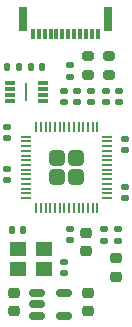
<source format=gbr>
%TF.GenerationSoftware,KiCad,Pcbnew,7.0.9*%
%TF.CreationDate,2024-01-15T07:30:31+01:00*%
%TF.ProjectId,usb_dongle_hw,7573625f-646f-46e6-976c-655f68772e6b,rev?*%
%TF.SameCoordinates,Original*%
%TF.FileFunction,Paste,Top*%
%TF.FilePolarity,Positive*%
%FSLAX46Y46*%
G04 Gerber Fmt 4.6, Leading zero omitted, Abs format (unit mm)*
G04 Created by KiCad (PCBNEW 7.0.9) date 2024-01-15 07:30:31*
%MOMM*%
%LPD*%
G01*
G04 APERTURE LIST*
G04 Aperture macros list*
%AMRoundRect*
0 Rectangle with rounded corners*
0 $1 Rounding radius*
0 $2 $3 $4 $5 $6 $7 $8 $9 X,Y pos of 4 corners*
0 Add a 4 corners polygon primitive as box body*
4,1,4,$2,$3,$4,$5,$6,$7,$8,$9,$2,$3,0*
0 Add four circle primitives for the rounded corners*
1,1,$1+$1,$2,$3*
1,1,$1+$1,$4,$5*
1,1,$1+$1,$6,$7*
1,1,$1+$1,$8,$9*
0 Add four rect primitives between the rounded corners*
20,1,$1+$1,$2,$3,$4,$5,0*
20,1,$1+$1,$4,$5,$6,$7,0*
20,1,$1+$1,$6,$7,$8,$9,0*
20,1,$1+$1,$8,$9,$2,$3,0*%
G04 Aperture macros list end*
%ADD10RoundRect,0.200000X-0.275000X0.200000X-0.275000X-0.200000X0.275000X-0.200000X0.275000X0.200000X0*%
%ADD11RoundRect,0.140000X-0.170000X0.140000X-0.170000X-0.140000X0.170000X-0.140000X0.170000X0.140000X0*%
%ADD12RoundRect,0.225000X-0.250000X0.225000X-0.250000X-0.225000X0.250000X-0.225000X0.250000X0.225000X0*%
%ADD13RoundRect,0.135000X0.185000X-0.135000X0.185000X0.135000X-0.185000X0.135000X-0.185000X-0.135000X0*%
%ADD14RoundRect,0.140000X0.170000X-0.140000X0.170000X0.140000X-0.170000X0.140000X-0.170000X-0.140000X0*%
%ADD15RoundRect,0.249999X-0.395001X-0.395001X0.395001X-0.395001X0.395001X0.395001X-0.395001X0.395001X0*%
%ADD16RoundRect,0.050000X-0.387500X-0.050000X0.387500X-0.050000X0.387500X0.050000X-0.387500X0.050000X0*%
%ADD17RoundRect,0.050000X-0.050000X-0.387500X0.050000X-0.387500X0.050000X0.387500X-0.050000X0.387500X0*%
%ADD18RoundRect,0.135000X-0.135000X-0.185000X0.135000X-0.185000X0.135000X0.185000X-0.135000X0.185000X0*%
%ADD19R,1.400000X1.200000*%
%ADD20R,0.300000X0.900000*%
%ADD21R,0.800000X2.000000*%
%ADD22RoundRect,0.150000X-0.512500X-0.150000X0.512500X-0.150000X0.512500X0.150000X-0.512500X0.150000X0*%
%ADD23RoundRect,0.140000X-0.140000X-0.170000X0.140000X-0.170000X0.140000X0.170000X-0.140000X0.170000X0*%
%ADD24R,0.900000X0.300000*%
%ADD25R,0.250000X1.650000*%
%ADD26RoundRect,0.218750X0.256250X-0.218750X0.256250X0.218750X-0.256250X0.218750X-0.256250X-0.218750X0*%
G04 APERTURE END LIST*
D10*
%TO.C,R5*%
X79375000Y-105000000D03*
X79375000Y-106650000D03*
%TD*%
D11*
%TO.C,C8*%
X77851000Y-119662000D03*
X77851000Y-120622000D03*
%TD*%
D12*
%TO.C,C16*%
X79364000Y-125082000D03*
X79364000Y-126632000D03*
%TD*%
D13*
%TO.C,R1*%
X80772000Y-120652000D03*
X80772000Y-119632000D03*
%TD*%
D14*
%TO.C,C2*%
X77343000Y-123416000D03*
X77343000Y-122456000D03*
%TD*%
%TO.C,C14*%
X82042000Y-108938000D03*
X82042000Y-107978000D03*
%TD*%
%TO.C,C10*%
X77343000Y-108938000D03*
X77343000Y-107978000D03*
%TD*%
D12*
%TO.C,C4*%
X79248000Y-120002000D03*
X79248000Y-121552000D03*
%TD*%
D11*
%TO.C,C9*%
X82550000Y-112042000D03*
X82550000Y-113002000D03*
%TD*%
D15*
%TO.C,U1*%
X76794000Y-113635500D03*
X76794000Y-115235500D03*
X78394000Y-113635500D03*
X78394000Y-115235500D03*
D16*
X74156500Y-111835500D03*
X74156500Y-112235500D03*
X74156500Y-112635500D03*
X74156500Y-113035500D03*
X74156500Y-113435500D03*
X74156500Y-113835500D03*
X74156500Y-114235500D03*
X74156500Y-114635500D03*
X74156500Y-115035500D03*
X74156500Y-115435500D03*
X74156500Y-115835500D03*
X74156500Y-116235500D03*
X74156500Y-116635500D03*
X74156500Y-117035500D03*
D17*
X74994000Y-117873000D03*
X75394000Y-117873000D03*
X75794000Y-117873000D03*
X76194000Y-117873000D03*
X76594000Y-117873000D03*
X76994000Y-117873000D03*
X77394000Y-117873000D03*
X77794000Y-117873000D03*
X78194000Y-117873000D03*
X78594000Y-117873000D03*
X78994000Y-117873000D03*
X79394000Y-117873000D03*
X79794000Y-117873000D03*
X80194000Y-117873000D03*
D16*
X81031500Y-117035500D03*
X81031500Y-116635500D03*
X81031500Y-116235500D03*
X81031500Y-115835500D03*
X81031500Y-115435500D03*
X81031500Y-115035500D03*
X81031500Y-114635500D03*
X81031500Y-114235500D03*
X81031500Y-113835500D03*
X81031500Y-113435500D03*
X81031500Y-113035500D03*
X81031500Y-112635500D03*
X81031500Y-112235500D03*
X81031500Y-111835500D03*
D17*
X80194000Y-110998000D03*
X79794000Y-110998000D03*
X79394000Y-110998000D03*
X78994000Y-110998000D03*
X78594000Y-110998000D03*
X78194000Y-110998000D03*
X77794000Y-110998000D03*
X77394000Y-110998000D03*
X76994000Y-110998000D03*
X76594000Y-110998000D03*
X76194000Y-110998000D03*
X75794000Y-110998000D03*
X75394000Y-110998000D03*
X74994000Y-110998000D03*
%TD*%
D12*
%TO.C,C15*%
X73152000Y-125082000D03*
X73152000Y-126632000D03*
%TD*%
D18*
%TO.C,R3*%
X72515000Y-105922000D03*
X73535000Y-105922000D03*
%TD*%
D19*
%TO.C,Y1*%
X75692000Y-121313000D03*
X73492000Y-121313000D03*
X73492000Y-123013000D03*
X75692000Y-123013000D03*
%TD*%
D14*
%TO.C,C13*%
X72517000Y-111958000D03*
X72517000Y-110998000D03*
%TD*%
D20*
%TO.C,J1*%
X74720000Y-103108000D03*
X75220000Y-103108000D03*
X75720000Y-103108000D03*
X76220000Y-103108000D03*
X78720000Y-103108000D03*
X79220000Y-103108000D03*
X79720000Y-103108000D03*
X80220000Y-103108000D03*
X78220000Y-103108000D03*
X77720000Y-103108000D03*
X77220000Y-103108000D03*
X76720000Y-103108000D03*
D21*
X81045000Y-101908000D03*
X73895000Y-101908000D03*
%TD*%
D14*
%TO.C,C5*%
X80899000Y-108938000D03*
X80899000Y-107978000D03*
%TD*%
D11*
%TO.C,C7*%
X82550000Y-116106000D03*
X82550000Y-117066000D03*
%TD*%
D22*
%TO.C,U3*%
X75057000Y-125095000D03*
X75057000Y-126045000D03*
X75057000Y-126995000D03*
X77332000Y-126995000D03*
X77332000Y-125095000D03*
%TD*%
D14*
%TO.C,C12*%
X72517000Y-115542000D03*
X72517000Y-114582000D03*
%TD*%
%TO.C,C6*%
X78486000Y-108938000D03*
X78486000Y-107978000D03*
%TD*%
D23*
%TO.C,C11*%
X74577000Y-105922000D03*
X75537000Y-105922000D03*
%TD*%
D13*
%TO.C,R4*%
X77851000Y-106809000D03*
X77851000Y-105789000D03*
%TD*%
D23*
%TO.C,C1*%
X72926000Y-119761000D03*
X73886000Y-119761000D03*
%TD*%
D24*
%TO.C,U2*%
X72765000Y-107331000D03*
X72765000Y-107831000D03*
X72765000Y-108331000D03*
X72765000Y-108831000D03*
X75565000Y-108831000D03*
X75565000Y-108331000D03*
X75565000Y-107831000D03*
X75565000Y-107331000D03*
D25*
X74165000Y-108081000D03*
%TD*%
D14*
%TO.C,C3*%
X79629000Y-108938000D03*
X79629000Y-107978000D03*
%TD*%
D10*
%TO.C,R6*%
X81153000Y-105000000D03*
X81153000Y-106650000D03*
%TD*%
D13*
%TO.C,R2*%
X81915000Y-120652000D03*
X81915000Y-119632000D03*
%TD*%
D26*
%TO.C,D1*%
X81788000Y-123723500D03*
X81788000Y-122148500D03*
%TD*%
M02*

</source>
